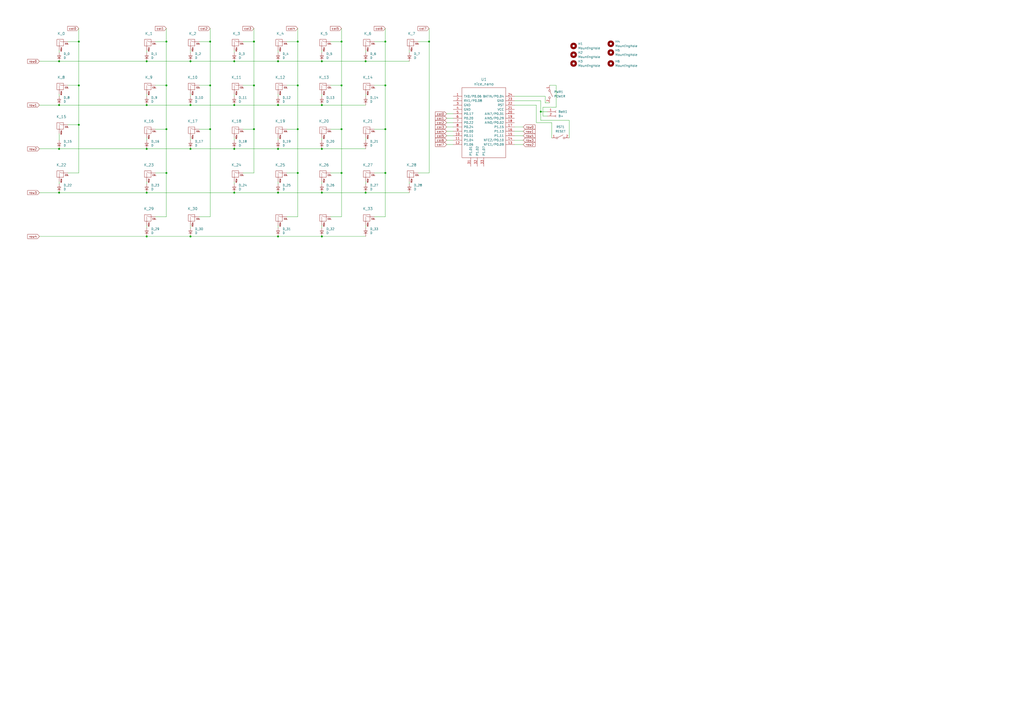
<source format=kicad_sch>
(kicad_sch (version 20231120) (generator "eeschema") (generator_version "8.0")
  (paper "A2")
  (lib_symbols
    (symbol "Connector:Conn_01x02_Socket" (pin_names (offset 1.016) hide)
      (property "Reference" "J" (at 0 2.54 0))
      (property "Value" "Conn_01x02_Socket" (at 0 -5.08 0))
      (symbol "Conn_01x02_Socket_1_1"
        (arc (start 0 -2.032) (mid -0.5058 -2.54) (end 0 -3.048) (stroke (width 0.1524)))
        (polyline (pts (xy -1.27 -2.54) (xy -0.508 -2.54)) (stroke (width 0.1524)))
        (polyline (pts (xy -1.27 0) (xy -0.508 0)) (stroke (width 0.1524)))
        (arc (start 0 0.508) (mid -0.5058 0) (end 0 -0.508) (stroke (width 0.1524)))
        (pin passive line (at -5.08 0 0) (length 3.81) (name "Pin_1") (number "1"))
        (pin passive line (at -5.08 -2.54 0) (length 3.81) (name "Pin_2") (number "2"))
      )
    )
    (symbol "MX_Alps_Hybrid:MX-NoLED" (pin_names (offset 1.016))
      (property "Reference" "MX" (at -0.635 3.81 0))
      (property "Value" "MX-NoLED" (at -0.635 1.27 0))
      (symbol "MX-NoLED_0_0"
        (rectangle (start -2.54 2.54) (end 1.27 -1.27))
        (polyline (pts (xy -1.27 -1.27) (xy -1.27 1.27)) (stroke (width 0.127)))
        (polyline (pts (xy 1.27 1.27) (xy 0 1.27) (xy -1.27 1.905)) (stroke (width 0.127)))
        (text "COL" (at 3.175 0 0) (effects (font (size 0.762 0.762))))
        (text "ROW" (at 0 -1.905 900) (effects (font (size 0.762 0.762)) (justify right)))
      )
      (symbol "MX-NoLED_1_1"
        (pin passive line (at 3.81 1.27 180) (length 2.54) (name "COL") (number "1"))
        (pin passive line (at -1.27 -3.81 90) (length 2.54) (name "ROW") (number "2"))
      )
    )
    (symbol "Mechanical:MountingHole" (pin_names (offset 1.016)) (exclude_from_sim yes) (in_bom no)
      (property "Reference" "H" (at 0 5.08 0))
      (property "Value" "MountingHole" (at 0 3.175 0))
      (symbol "MountingHole_0_1"
        (circle (center 0 0) (radius 1.27) (stroke (width 1.27)))
      )
    )
    (symbol "Switch:SW_SPST" (pin_names (offset 0) hide)
      (property "Reference" "SW" (at 0 3.175 0))
      (property "Value" "SW_SPST" (at 0 -2.54 0))
      (symbol "SW_SPST_0_0"
        (circle (center -2.032 0) (radius 0.508))
        (polyline (pts (xy -1.524 0.254) (xy 1.524 1.778)))
        (circle (center 2.032 0) (radius 0.508))
      )
      (symbol "SW_SPST_1_1"
        (pin passive line (at -5.08 0 0) (length 2.54) (name "A") (number "1"))
        (pin passive line (at 5.08 0 180) (length 2.54) (name "B") (number "2"))
      )
    )
    (symbol "keyboard-rescue:D_Small-Device" (pin_numbers hide) (pin_names (offset 0.254) hide)
      (property "Reference" "D" (at -1.27 2.032 0))
      (property "Value" "Device_D_Small" (at -3.81 -2.032 0))
      (symbol "D_Small-Device_0_1"
        (polyline (pts (xy -0.762 -1.016) (xy -0.762 1.016)))
        (polyline (pts (xy -0.762 0) (xy 0.762 0)))
        (polyline (pts (xy 0.762 -1.016) (xy -0.762 0) (xy 0.762 1.016) (xy 0.762 -1.016)))
      )
      (symbol "D_Small-Device_1_1"
        (pin passive line (at -2.54 0 0) (length 1.778) (name "K") (number "1"))
        (pin passive line (at 2.54 0 180) (length 1.778) (name "A") (number "2"))
      )
    )
    (symbol "nice_nano:nice_nano" (pin_names (offset 1.016))
      (property "Reference" "U" (at 0 0 0))
      (property "Value" "nice_nano" (at 0 2.54 0))
      (symbol "nice_nano_0_1"
        (rectangle (start -12.7 -21.59) (end 12.7 19.05))
      )
      (symbol "nice_nano_1_1"
        (pin input line (at -17.78 13.97 0) (length 5.08) (name "TX0/P0.06") (number "1"))
        (pin input line (at -17.78 -8.89 0) (length 5.08) (name "P0.11") (number "10"))
        (pin input line (at -17.78 -11.43 0) (length 5.08) (name "P1.04") (number "11"))
        (pin input line (at -17.78 -13.97 0) (length 5.08) (name "P1.06") (number "12"))
        (pin input line (at 17.78 -13.97 180) (length 5.08) (name "NFC1/P0.09") (number "13"))
        (pin input line (at 17.78 -11.43 180) (length 5.08) (name "NFC2/P0.10") (number "14"))
        (pin input line (at 17.78 -8.89 180) (length 5.08) (name "P1.11") (number "15"))
        (pin input line (at 17.78 -6.35 180) (length 5.08) (name "P1.13") (number "16"))
        (pin input line (at 17.78 -3.81 180) (length 5.08) (name "P1.15") (number "17"))
        (pin input line (at 17.78 -1.27 180) (length 5.08) (name "AIN0/P0.02") (number "18"))
        (pin input line (at 17.78 1.27 180) (length 5.08) (name "AIN5/P0.29") (number "19"))
        (pin input line (at -17.78 11.43 0) (length 5.08) (name "RX1/P0.08") (number "2"))
        (pin input line (at 17.78 3.81 180) (length 5.08) (name "AIN7/P0.31") (number "20"))
        (pin input line (at 17.78 6.35 180) (length 5.08) (name "VCC") (number "21"))
        (pin input line (at 17.78 8.89 180) (length 5.08) (name "RST") (number "22"))
        (pin input line (at 17.78 11.43 180) (length 5.08) (name "GND") (number "23"))
        (pin input line (at 17.78 13.97 180) (length 5.08) (name "BATIN/P0.04") (number "24"))
        (pin input line (at -17.78 8.89 0) (length 5.08) (name "GND") (number "3"))
        (pin input line (at -7.62 -26.67 90) (length 5.08) (name "P1.01") (number "31"))
        (pin input line (at -3.81 -26.67 90) (length 5.08) (name "P1.02") (number "32"))
        (pin input line (at 0 -26.67 90) (length 5.08) (name "P1.07") (number "33"))
        (pin input line (at -17.78 6.35 0) (length 5.08) (name "GND") (number "4"))
        (pin input line (at -17.78 3.81 0) (length 5.08) (name "P0.17") (number "5"))
        (pin input line (at -17.78 1.27 0) (length 5.08) (name "P0.20") (number "6"))
        (pin input line (at -17.78 -1.27 0) (length 5.08) (name "P0.22") (number "7"))
        (pin input line (at -17.78 -3.81 0) (length 5.08) (name "P0.24") (number "8"))
        (pin input line (at -17.78 -6.35 0) (length 5.08) (name "P1.00") (number "9"))
      )
    )
  )
  (junction (at 198.12 24.13))
  (junction (at 223.52 74.93))
  (junction (at 96.52 100.33))
  (junction (at 212.09 111.76))
  (junction (at 147.32 49.53))
  (junction (at 212.09 35.56))
  (junction (at 45.72 49.53))
  (junction (at 186.69 137.16))
  (junction (at 172.72 100.33))
  (junction (at 135.89 86.36))
  (junction (at 186.69 35.56))
  (junction (at 198.12 74.93))
  (junction (at 161.29 137.16))
  (junction (at 96.52 49.53))
  (junction (at 34.29 35.56))
  (junction (at 121.92 74.93))
  (junction (at 223.52 49.53))
  (junction (at 248.92 24.13))
  (junction (at 135.89 35.56))
  (junction (at 223.52 100.33))
  (junction (at 161.29 86.36))
  (junction (at 45.72 24.13))
  (junction (at 172.72 49.53))
  (junction (at 96.52 74.93))
  (junction (at 85.09 35.56))
  (junction (at 135.89 111.76))
  (junction (at 110.49 60.96))
  (junction (at 313.69 64.77))
  (junction (at 96.52 24.13))
  (junction (at 172.72 74.93))
  (junction (at 34.29 111.76))
  (junction (at 34.29 60.96))
  (junction (at 186.69 111.76))
  (junction (at 223.52 24.13))
  (junction (at 186.69 60.96))
  (junction (at 161.29 35.56))
  (junction (at 121.92 24.13))
  (junction (at 135.89 60.96))
  (junction (at 161.29 60.96))
  (junction (at 121.92 49.53))
  (junction (at 198.12 49.53))
  (junction (at 34.29 86.36))
  (junction (at 110.49 35.56))
  (junction (at 85.09 86.36))
  (junction (at 172.72 24.13))
  (junction (at 147.32 74.93))
  (junction (at 85.09 111.76))
  (junction (at 161.29 111.76))
  (junction (at 45.72 72.39))
  (junction (at 198.12 100.33))
  (junction (at 186.69 86.36))
  (junction (at 85.09 60.96))
  (junction (at 110.49 137.16))
  (junction (at 147.32 24.13))
  (junction (at 110.49 86.36))
  (junction (at 85.09 137.16))
  (wire (pts (xy 186.69 54.61) (xy 186.69 55.88)))
  (wire (pts (xy 259.08 81.28) (xy 262.89 81.28)))
  (wire (pts (xy 212.09 130.81) (xy 212.09 132.08)))
  (wire (pts (xy 311.15 60.96) (xy 298.45 60.96)))
  (wire (pts (xy 121.92 125.73) (xy 121.92 74.93)))
  (wire (pts (xy 140.97 74.93) (xy 147.32 74.93)))
  (wire (pts (xy 298.45 73.66) (xy 303.53 73.66)))
  (wire (pts (xy 191.77 100.33) (xy 198.12 100.33)))
  (wire (pts (xy 172.72 125.73) (xy 172.72 100.33)))
  (wire (pts (xy 198.12 16.51) (xy 198.12 24.13)))
  (wire (pts (xy 172.72 74.93) (xy 172.72 49.53)))
  (wire (pts (xy 259.08 66.04) (xy 262.89 66.04)))
  (wire (pts (xy 298.45 55.88) (xy 316.23 55.88)))
  (wire (pts (xy 191.77 74.93) (xy 198.12 74.93)))
  (wire (pts (xy 39.37 72.39) (xy 45.72 72.39)))
  (wire (pts (xy 110.49 80.01) (xy 110.49 81.28)))
  (wire (pts (xy 110.49 86.36) (xy 135.89 86.36)))
  (wire (pts (xy 115.57 125.73) (xy 121.92 125.73)))
  (wire (pts (xy 22.86 111.76) (xy 34.29 111.76)))
  (wire (pts (xy 259.08 68.58) (xy 262.89 68.58)))
  (wire (pts (xy 166.37 49.53) (xy 172.72 49.53)))
  (wire (pts (xy 223.52 16.51) (xy 223.52 24.13)))
  (wire (pts (xy 314.96 62.23) (xy 322.58 62.23)))
  (wire (pts (xy 313.69 58.42) (xy 313.69 64.77)))
  (wire (pts (xy 34.29 111.76) (xy 85.09 111.76)))
  (wire (pts (xy 161.29 105.41) (xy 161.29 106.68)))
  (wire (pts (xy 191.77 24.13) (xy 198.12 24.13)))
  (wire (pts (xy 110.49 60.96) (xy 135.89 60.96)))
  (wire (pts (xy 172.72 16.51) (xy 172.72 24.13)))
  (wire (pts (xy 147.32 24.13) (xy 147.32 49.53)))
  (wire (pts (xy 198.12 74.93) (xy 198.12 49.53)))
  (wire (pts (xy 85.09 29.21) (xy 85.09 30.48)))
  (wire (pts (xy 85.09 130.81) (xy 85.09 132.08)))
  (wire (pts (xy 212.09 29.21) (xy 212.09 30.48)))
  (wire (pts (xy 45.72 16.51) (xy 45.72 24.13)))
  (wire (pts (xy 330.2 69.85) (xy 313.69 69.85)))
  (wire (pts (xy 322.58 49.53) (xy 322.58 62.23)))
  (wire (pts (xy 166.37 100.33) (xy 172.72 100.33)))
  (wire (pts (xy 22.86 137.16) (xy 85.09 137.16)))
  (wire (pts (xy 217.17 24.13) (xy 223.52 24.13)))
  (wire (pts (xy 248.92 16.51) (xy 248.92 24.13)))
  (wire (pts (xy 242.57 24.13) (xy 248.92 24.13)))
  (wire (pts (xy 85.09 111.76) (xy 135.89 111.76)))
  (wire (pts (xy 198.12 24.13) (xy 198.12 49.53)))
  (wire (pts (xy 22.86 86.36) (xy 34.29 86.36)))
  (wire (pts (xy 135.89 86.36) (xy 161.29 86.36)))
  (wire (pts (xy 313.69 64.77) (xy 317.5 64.77)))
  (wire (pts (xy 161.29 86.36) (xy 186.69 86.36)))
  (wire (pts (xy 135.89 54.61) (xy 135.89 55.88)))
  (wire (pts (xy 166.37 24.13) (xy 172.72 24.13)))
  (wire (pts (xy 223.52 24.13) (xy 223.52 49.53)))
  (wire (pts (xy 237.49 105.41) (xy 237.49 106.68)))
  (wire (pts (xy 259.08 73.66) (xy 262.89 73.66)))
  (wire (pts (xy 259.08 76.2) (xy 262.89 76.2)))
  (wire (pts (xy 212.09 35.56) (xy 237.49 35.56)))
  (wire (pts (xy 45.72 72.39) (xy 45.72 49.53)))
  (wire (pts (xy 172.72 24.13) (xy 172.72 49.53)))
  (wire (pts (xy 121.92 74.93) (xy 121.92 49.53)))
  (wire (pts (xy 311.15 71.12) (xy 311.15 60.96)))
  (wire (pts (xy 212.09 54.61) (xy 212.09 55.88)))
  (wire (pts (xy 147.32 16.51) (xy 147.32 24.13)))
  (wire (pts (xy 110.49 35.56) (xy 135.89 35.56)))
  (wire (pts (xy 212.09 105.41) (xy 212.09 106.68)))
  (wire (pts (xy 34.29 29.21) (xy 34.29 30.48)))
  (wire (pts (xy 135.89 105.41) (xy 135.89 106.68)))
  (wire (pts (xy 318.77 59.69) (xy 316.23 59.69)))
  (wire (pts (xy 313.69 64.77) (xy 313.69 69.85)))
  (wire (pts (xy 115.57 49.53) (xy 121.92 49.53)))
  (wire (pts (xy 90.17 24.13) (xy 96.52 24.13)))
  (wire (pts (xy 85.09 60.96) (xy 110.49 60.96)))
  (wire (pts (xy 259.08 83.82) (xy 262.89 83.82)))
  (wire (pts (xy 223.52 100.33) (xy 223.52 74.93)))
  (wire (pts (xy 161.29 80.01) (xy 161.29 81.28)))
  (wire (pts (xy 161.29 29.21) (xy 161.29 30.48)))
  (wire (pts (xy 96.52 74.93) (xy 96.52 49.53)))
  (wire (pts (xy 140.97 24.13) (xy 147.32 24.13)))
  (wire (pts (xy 161.29 130.81) (xy 161.29 132.08)))
  (wire (pts (xy 110.49 54.61) (xy 110.49 55.88)))
  (wire (pts (xy 198.12 125.73) (xy 198.12 100.33)))
  (wire (pts (xy 39.37 49.53) (xy 45.72 49.53)))
  (wire (pts (xy 313.69 58.42) (xy 298.45 58.42)))
  (wire (pts (xy 186.69 60.96) (xy 212.09 60.96)))
  (wire (pts (xy 298.45 83.82) (xy 303.53 83.82)))
  (wire (pts (xy 34.29 77.47) (xy 34.29 81.28)))
  (wire (pts (xy 191.77 49.53) (xy 198.12 49.53)))
  (wire (pts (xy 147.32 100.33) (xy 147.32 74.93)))
  (wire (pts (xy 186.69 35.56) (xy 212.09 35.56)))
  (wire (pts (xy 186.69 29.21) (xy 186.69 30.48)))
  (wire (pts (xy 22.86 35.56) (xy 34.29 35.56)))
  (wire (pts (xy 115.57 74.93) (xy 121.92 74.93)))
  (wire (pts (xy 191.77 125.73) (xy 198.12 125.73)))
  (wire (pts (xy 34.29 54.61) (xy 34.29 55.88)))
  (wire (pts (xy 90.17 49.53) (xy 96.52 49.53)))
  (wire (pts (xy 320.04 80.01) (xy 320.04 71.12)))
  (wire (pts (xy 135.89 80.01) (xy 135.89 81.28)))
  (wire (pts (xy 166.37 125.73) (xy 172.72 125.73)))
  (wire (pts (xy 90.17 74.93) (xy 96.52 74.93)))
  (wire (pts (xy 212.09 80.01) (xy 212.09 81.28)))
  (wire (pts (xy 45.72 24.13) (xy 45.72 49.53)))
  (wire (pts (xy 121.92 24.13) (xy 121.92 49.53)))
  (wire (pts (xy 217.17 125.73) (xy 223.52 125.73)))
  (wire (pts (xy 186.69 137.16) (xy 212.09 137.16)))
  (wire (pts (xy 259.08 71.12) (xy 262.89 71.12)))
  (wire (pts (xy 90.17 100.33) (xy 96.52 100.33)))
  (wire (pts (xy 147.32 74.93) (xy 147.32 49.53)))
  (wire (pts (xy 314.96 62.23) (xy 314.96 67.31)))
  (wire (pts (xy 135.89 29.21) (xy 135.89 30.48)))
  (wire (pts (xy 161.29 137.16) (xy 186.69 137.16)))
  (wire (pts (xy 22.86 60.96) (xy 34.29 60.96)))
  (wire (pts (xy 186.69 111.76) (xy 212.09 111.76)))
  (wire (pts (xy 121.92 16.51) (xy 121.92 24.13)))
  (wire (pts (xy 135.89 35.56) (xy 161.29 35.56)))
  (wire (pts (xy 248.92 24.13) (xy 248.92 100.33)))
  (wire (pts (xy 212.09 111.76) (xy 237.49 111.76)))
  (wire (pts (xy 110.49 130.81) (xy 110.49 132.08)))
  (wire (pts (xy 45.72 72.39) (xy 45.72 100.33)))
  (wire (pts (xy 217.17 100.33) (xy 223.52 100.33)))
  (wire (pts (xy 217.17 49.53) (xy 223.52 49.53)))
  (wire (pts (xy 85.09 137.16) (xy 110.49 137.16)))
  (wire (pts (xy 186.69 105.41) (xy 186.69 106.68)))
  (wire (pts (xy 135.89 60.96) (xy 161.29 60.96)))
  (wire (pts (xy 135.89 111.76) (xy 161.29 111.76)))
  (wire (pts (xy 161.29 111.76) (xy 186.69 111.76)))
  (wire (pts (xy 298.45 76.2) (xy 303.53 76.2)))
  (wire (pts (xy 96.52 100.33) (xy 96.52 74.93)))
  (wire (pts (xy 298.45 81.28) (xy 303.53 81.28)))
  (wire (pts (xy 140.97 100.33) (xy 147.32 100.33)))
  (wire (pts (xy 85.09 86.36) (xy 110.49 86.36)))
  (wire (pts (xy 186.69 130.81) (xy 186.69 132.08)))
  (wire (pts (xy 314.96 67.31) (xy 317.5 67.31)))
  (wire (pts (xy 34.29 35.56) (xy 85.09 35.56)))
  (wire (pts (xy 186.69 86.36) (xy 212.09 86.36)))
  (wire (pts (xy 161.29 60.96) (xy 186.69 60.96)))
  (wire (pts (xy 85.09 80.01) (xy 85.09 81.28)))
  (wire (pts (xy 161.29 54.61) (xy 161.29 55.88)))
  (wire (pts (xy 217.17 74.93) (xy 223.52 74.93)))
  (wire (pts (xy 96.52 125.73) (xy 96.52 100.33)))
  (wire (pts (xy 186.69 80.01) (xy 186.69 81.28)))
  (wire (pts (xy 115.57 24.13) (xy 121.92 24.13)))
  (wire (pts (xy 242.57 100.33) (xy 248.92 100.33)))
  (wire (pts (xy 96.52 16.51) (xy 96.52 24.13)))
  (wire (pts (xy 316.23 59.69) (xy 316.23 55.88)))
  (wire (pts (xy 110.49 29.21) (xy 110.49 30.48)))
  (wire (pts (xy 110.49 137.16) (xy 161.29 137.16)))
  (wire (pts (xy 259.08 78.74) (xy 262.89 78.74)))
  (wire (pts (xy 85.09 35.56) (xy 110.49 35.56)))
  (wire (pts (xy 223.52 125.73) (xy 223.52 100.33)))
  (wire (pts (xy 34.29 86.36) (xy 85.09 86.36)))
  (wire (pts (xy 39.37 100.33) (xy 45.72 100.33)))
  (wire (pts (xy 166.37 74.93) (xy 172.72 74.93)))
  (wire (pts (xy 96.52 24.13) (xy 96.52 49.53)))
  (wire (pts (xy 85.09 54.61) (xy 85.09 55.88)))
  (wire (pts (xy 90.17 125.73) (xy 96.52 125.73)))
  (wire (pts (xy 172.72 100.33) (xy 172.72 74.93)))
  (wire (pts (xy 198.12 100.33) (xy 198.12 74.93)))
  (wire (pts (xy 140.97 49.53) (xy 147.32 49.53)))
  (wire (pts (xy 320.04 71.12) (xy 311.15 71.12)))
  (wire (pts (xy 330.2 80.01) (xy 330.2 69.85)))
  (wire (pts (xy 298.45 78.74) (xy 303.53 78.74)))
  (wire (pts (xy 223.52 74.93) (xy 223.52 49.53)))
  (wire (pts (xy 161.29 35.56) (xy 186.69 35.56)))
  (wire (pts (xy 85.09 105.41) (xy 85.09 106.68)))
  (wire (pts (xy 34.29 105.41) (xy 34.29 106.68)))
  (wire (pts (xy 237.49 29.21) (xy 237.49 30.48)))
  (wire (pts (xy 39.37 24.13) (xy 45.72 24.13)))
  (wire (pts (xy 318.77 49.53) (xy 322.58 49.53)))
  (wire (pts (xy 34.29 60.96) (xy 85.09 60.96)))
  (global_label "col3" (shape input) (at 147.32 16.51 180) (property "Intersheetrefs" "${INTERSHEET_REFS}" (effects (hide yes))))
  (global_label "col2" (shape input) (at 121.92 16.51 180) (property "Intersheetrefs" "${INTERSHEET_REFS}" (effects (hide yes))))
  (global_label "col5" (shape input) (at 198.12 16.51 180) (property "Intersheetrefs" "${INTERSHEET_REFS}" (effects (hide yes))))
  (global_label "col2" (shape input) (at 259.08 71.12 180) (property "Intersheetrefs" "${INTERSHEET_REFS}" (effects (hide yes))))
  (global_label "row1" (shape input) (at 22.86 60.96 180) (property "Intersheetrefs" "${INTERSHEET_REFS}" (effects (hide yes))))
  (global_label "row4" (shape input) (at 22.86 137.16 180) (property "Intersheetrefs" "${INTERSHEET_REFS}" (effects (hide yes))))
  (global_label "col6" (shape input) (at 259.08 81.28 180) (property "Intersheetrefs" "${INTERSHEET_REFS}" (effects (hide yes))))
  (global_label "row2" (shape input) (at 22.86 86.36 180) (property "Intersheetrefs" "${INTERSHEET_REFS}" (effects (hide yes))))
  (global_label "col7" (shape input) (at 248.92 16.51 180) (property "Intersheetrefs" "${INTERSHEET_REFS}" (effects (hide yes))))
  (global_label "col6" (shape input) (at 223.52 16.51 180) (property "Intersheetrefs" "${INTERSHEET_REFS}" (effects (hide yes))))
  (global_label "col4" (shape input) (at 172.72 16.51 180) (property "Intersheetrefs" "${INTERSHEET_REFS}" (effects (hide yes))))
  (global_label "col3" (shape input) (at 259.08 73.66 180) (property "Intersheetrefs" "${INTERSHEET_REFS}" (effects (hide yes))))
  (global_label "row0" (shape input) (at 22.86 35.56 180) (property "Intersheetrefs" "${INTERSHEET_REFS}" (effects (hide yes))))
  (global_label "col0" (shape input) (at 45.72 16.51 180) (property "Intersheetrefs" "${INTERSHEET_REFS}" (effects (hide yes))))
  (global_label "col1" (shape input) (at 259.08 68.58 180) (property "Intersheetrefs" "${INTERSHEET_REFS}" (effects (hide yes))))
  (global_label "row1" (shape input) (at 303.53 76.2 0) (property "Intersheetrefs" "${INTERSHEET_REFS}" (effects (hide yes))))
  (global_label "row4" (shape input) (at 303.53 78.74 0) (property "Intersheetrefs" "${INTERSHEET_REFS}" (effects (hide yes))))
  (global_label "row3" (shape input) (at 303.53 81.28 0) (property "Intersheetrefs" "${INTERSHEET_REFS}" (effects (hide yes))))
  (global_label "col1" (shape input) (at 96.52 16.51 180) (property "Intersheetrefs" "${INTERSHEET_REFS}" (effects (hide yes))))
  (global_label "row2" (shape input) (at 303.53 83.82 0) (property "Intersheetrefs" "${INTERSHEET_REFS}" (effects (hide yes))))
  (global_label "col4" (shape input) (at 259.08 76.2 180) (property "Intersheetrefs" "${INTERSHEET_REFS}" (effects (hide yes))))
  (global_label "row3" (shape input) (at 22.86 111.76 180) (property "Intersheetrefs" "${INTERSHEET_REFS}" (effects (hide yes))))
  (global_label "row0" (shape input) (at 303.53 73.66 0) (property "Intersheetrefs" "${INTERSHEET_REFS}" (effects (hide yes))))
  (global_label "col5" (shape input) (at 259.08 78.74 180) (property "Intersheetrefs" "${INTERSHEET_REFS}" (effects (hide yes))))
  (global_label "col0" (shape input) (at 259.08 66.04 180) (property "Intersheetrefs" "${INTERSHEET_REFS}" (effects (hide yes))))
  (global_label "col7" (shape input) (at 259.08 83.82 180) (property "Intersheetrefs" "${INTERSHEET_REFS}" (effects (hide yes))))
  (symbol (lib_id "MX_Alps_Hybrid:MX-NoLED") (at 35.56 25.4 0) (unit 1)
    (property "Reference" "K_0" (at 35.56 19.4818 0) (effects (font (size 1.524 1.524))))
    (property "Value" "KEYSW" (effects (hide yes)))
    (property "Footprint" "cb:Choc-MX-19mm-1u" (effects (hide yes)))
  )
  (symbol (lib_id "keyboard-rescue:D_Small-Device") (at 85.09 33.02 90) (unit 1)
    (property "Reference" "D_1" (at 87.63 31.242 90) (effects (justify right)))
    (property "Value" "D" (at 87.63 33.528 90) (effects (justify right)))
    (property "Footprint" "ScottoKeebs_Components:Diode_DO-35" (effects (hide yes)))
  )
  (symbol (lib_id "MX_Alps_Hybrid:MX-NoLED") (at 86.36 25.4 0) (unit 1)
    (property "Reference" "K_1" (at 86.36 19.4818 0) (effects (font (size 1.524 1.524))))
    (property "Value" "KEYSW" (effects (hide yes)))
    (property "Footprint" "cb:Choc-MX-19mm-1u" (effects (hide yes)))
  )
  (symbol (lib_id "keyboard-rescue:D_Small-Device") (at 110.49 33.02 90) (unit 1)
    (property "Reference" "D_2" (at 113.03 31.242 90) (effects (justify right)))
    (property "Value" "D" (at 113.03 33.528 90) (effects (justify right)))
    (property "Footprint" "ScottoKeebs_Components:Diode_DO-35" (effects (hide yes)))
  )
  (symbol (lib_id "MX_Alps_Hybrid:MX-NoLED") (at 111.76 25.4 0) (unit 1)
    (property "Reference" "K_2" (at 111.76 19.4818 0) (effects (font (size 1.524 1.524))))
    (property "Value" "KEYSW" (effects (hide yes)))
    (property "Footprint" "cb:Choc-MX-19mm-1u" (effects (hide yes)))
  )
  (symbol (lib_id "keyboard-rescue:D_Small-Device") (at 135.89 33.02 90) (unit 1)
    (property "Reference" "D_3" (at 138.43 31.242 90) (effects (justify right)))
    (property "Value" "D" (at 138.43 33.528 90) (effects (justify right)))
    (property "Footprint" "ScottoKeebs_Components:Diode_DO-35" (effects (hide yes)))
  )
  (symbol (lib_id "MX_Alps_Hybrid:MX-NoLED") (at 137.16 25.4 0) (unit 1)
    (property "Reference" "K_3" (at 137.16 19.4818 0) (effects (font (size 1.524 1.524))))
    (property "Value" "KEYSW" (effects (hide yes)))
    (property "Footprint" "cb:Choc-MX-19mm-1u" (effects (hide yes)))
  )
  (symbol (lib_id "keyboard-rescue:D_Small-Device") (at 161.29 33.02 90) (unit 1)
    (property "Reference" "D_4" (at 163.83 31.242 90) (effects (justify right)))
    (property "Value" "D" (at 163.83 33.528 90) (effects (justify right)))
    (property "Footprint" "ScottoKeebs_Components:Diode_DO-35" (effects (hide yes)))
  )
  (symbol (lib_id "MX_Alps_Hybrid:MX-NoLED") (at 162.56 25.4 0) (unit 1)
    (property "Reference" "K_4" (at 162.56 19.4818 0) (effects (font (size 1.524 1.524))))
    (property "Value" "KEYSW" (effects (hide yes)))
    (property "Footprint" "cb:Choc-MX-19mm-1u" (effects (hide yes)))
  )
  (symbol (lib_id "keyboard-rescue:D_Small-Device") (at 186.69 33.02 90) (unit 1)
    (property "Reference" "D_5" (at 189.23 31.242 90) (effects (justify right)))
    (property "Value" "D" (at 189.23 33.528 90) (effects (justify right)))
    (property "Footprint" "ScottoKeebs_Components:Diode_DO-35" (effects (hide yes)))
  )
  (symbol (lib_id "MX_Alps_Hybrid:MX-NoLED") (at 187.96 25.4 0) (unit 1)
    (property "Reference" "K_5" (at 187.96 19.4818 0) (effects (font (size 1.524 1.524))))
    (property "Value" "KEYSW" (effects (hide yes)))
    (property "Footprint" "cb:Choc-MX-19mm-1u" (effects (hide yes)))
  )
  (symbol (lib_id "keyboard-rescue:D_Small-Device") (at 212.09 33.02 90) (unit 1)
    (property "Reference" "D_6" (at 214.63 31.242 90) (effects (justify right)))
    (property "Value" "D" (at 214.63 33.528 90) (effects (justify right)))
    (property "Footprint" "ScottoKeebs_Components:Diode_DO-35" (effects (hide yes)))
  )
  (symbol (lib_id "MX_Alps_Hybrid:MX-NoLED") (at 213.36 25.4 0) (unit 1)
    (property "Reference" "K_6" (at 213.36 19.4818 0) (effects (font (size 1.524 1.524))))
    (property "Value" "KEYSW" (effects (hide yes)))
    (property "Footprint" "cb:Choc-MX-19mm-1u" (effects (hide yes)))
  )
  (symbol (lib_id "keyboard-rescue:D_Small-Device") (at 237.49 33.02 90) (unit 1)
    (property "Reference" "D_7" (at 240.03 31.242 90) (effects (justify right)))
    (property "Value" "D" (at 240.03 33.528 90) (effects (justify right)))
    (property "Footprint" "ScottoKeebs_Components:Diode_DO-35" (effects (hide yes)))
  )
  (symbol (lib_id "MX_Alps_Hybrid:MX-NoLED") (at 238.76 25.4 0) (unit 1)
    (property "Reference" "K_7" (at 238.76 19.4818 0) (effects (font (size 1.524 1.524))))
    (property "Value" "KEYSW" (effects (hide yes)))
    (property "Footprint" "cb:Choc-MX-19mm-1u" (effects (hide yes)))
  )
  (symbol (lib_id "keyboard-rescue:D_Small-Device") (at 34.29 58.42 90) (unit 1)
    (property "Reference" "D_8" (at 36.83 56.642 90) (effects (justify right)))
    (property "Value" "D" (at 36.83 58.928 90) (effects (justify right)))
    (property "Footprint" "ScottoKeebs_Components:Diode_DO-35" (effects (hide yes)))
  )
  (symbol (lib_id "MX_Alps_Hybrid:MX-NoLED") (at 35.56 50.8 0) (unit 1)
    (property "Reference" "K_8" (at 35.56 44.8818 0) (effects (font (size 1.524 1.524))))
    (property "Value" "KEYSW" (effects (hide yes)))
    (property "Footprint" "cb:Choc-MX-19mm-1u" (effects (hide yes)))
  )
  (symbol (lib_id "keyboard-rescue:D_Small-Device") (at 85.09 58.42 90) (unit 1)
    (property "Reference" "D_9" (at 87.63 56.642 90) (effects (justify right)))
    (property "Value" "D" (at 87.63 58.928 90) (effects (justify right)))
    (property "Footprint" "ScottoKeebs_Components:Diode_DO-35" (effects (hide yes)))
  )
  (symbol (lib_id "MX_Alps_Hybrid:MX-NoLED") (at 86.36 50.8 0) (unit 1)
    (property "Reference" "K_9" (at 86.36 44.8818 0) (effects (font (size 1.524 1.524))))
    (property "Value" "KEYSW" (effects (hide yes)))
    (property "Footprint" "cb:Choc-MX-19mm-1.5u" (effects (hide yes)))
  )
  (symbol (lib_id "keyboard-rescue:D_Small-Device") (at 110.49 58.42 90) (unit 1)
    (property "Reference" "D_10" (at 113.03 56.642 90) (effects (justify right)))
    (property "Value" "D" (at 113.03 58.928 90) (effects (justify right)))
    (property "Footprint" "ScottoKeebs_Components:Diode_DO-35" (effects (hide yes)))
  )
  (symbol (lib_id "MX_Alps_Hybrid:MX-NoLED") (at 111.76 50.8 0) (unit 1)
    (property "Reference" "K_10" (at 111.76 44.8818 0) (effects (font (size 1.524 1.524))))
    (property "Value" "KEYSW" (effects (hide yes)))
    (property "Footprint" "cb:Choc-MX-19mm-1u" (effects (hide yes)))
  )
  (symbol (lib_id "keyboard-rescue:D_Small-Device") (at 135.89 58.42 90) (unit 1)
    (property "Reference" "D_11" (at 138.43 56.642 90) (effects (justify right)))
    (property "Value" "D" (at 138.43 58.928 90) (effects (justify right)))
    (property "Footprint" "ScottoKeebs_Components:Diode_DO-35" (effects (hide yes)))
  )
  (symbol (lib_id "MX_Alps_Hybrid:MX-NoLED") (at 137.16 50.8 0) (unit 1)
    (property "Reference" "K_11" (at 137.16 44.8818 0) (effects (font (size 1.524 1.524))))
    (property "Value" "KEYSW" (effects (hide yes)))
    (property "Footprint" "cb:Choc-MX-19mm-1u" (effects (hide yes)))
  )
  (symbol (lib_id "keyboard-rescue:D_Small-Device") (at 161.29 58.42 90) (unit 1)
    (property "Reference" "D_12" (at 163.83 56.642 90) (effects (justify right)))
    (property "Value" "D" (at 163.83 58.928 90) (effects (justify right)))
    (property "Footprint" "ScottoKeebs_Components:Diode_DO-35" (effects (hide yes)))
  )
  (symbol (lib_id "MX_Alps_Hybrid:MX-NoLED") (at 162.56 50.8 0) (unit 1)
    (property "Reference" "K_12" (at 162.56 44.8818 0) (effects (font (size 1.524 1.524))))
    (property "Value" "KEYSW" (effects (hide yes)))
    (property "Footprint" "cb:Choc-MX-19mm-1u" (effects (hide yes)))
  )
  (symbol (lib_id "keyboard-rescue:D_Small-Device") (at 186.69 58.42 90) (unit 1)
    (property "Reference" "D_13" (at 189.23 56.642 90) (effects (justify right)))
    (property "Value" "D" (at 189.23 58.928 90) (effects (justify right)))
    (property "Footprint" "ScottoKeebs_Components:Diode_DO-35" (effects (hide yes)))
  )
  (symbol (lib_id "MX_Alps_Hybrid:MX-NoLED") (at 187.96 50.8 0) (unit 1)
    (property "Reference" "K_13" (at 187.96 44.8818 0) (effects (font (size 1.524 1.524))))
    (property "Value" "KEYSW" (effects (hide yes)))
    (property "Footprint" "cb:Choc-MX-19mm-1u" (effects (hide yes)))
  )
  (symbol (lib_id "keyboard-rescue:D_Small-Device") (at 212.09 58.42 90) (unit 1)
    (property "Reference" "D_14" (at 214.63 56.642 90) (effects (justify right)))
    (property "Value" "D" (at 214.63 58.928 90) (effects (justify right)))
    (property "Footprint" "ScottoKeebs_Components:Diode_DO-35" (effects (hide yes)))
  )
  (symbol (lib_id "MX_Alps_Hybrid:MX-NoLED") (at 213.36 50.8 0) (unit 1)
    (property "Reference" "K_14" (at 213.36 44.8818 0) (effects (font (size 1.524 1.524))))
    (property "Value" "KEYSW" (effects (hide yes)))
    (property "Footprint" "cb:Choc-MX-19mm-1u" (effects (hide yes)))
  )
  (symbol (lib_id "keyboard-rescue:D_Small-Device") (at 34.29 83.82 90) (unit 1)
    (property "Reference" "D_15" (at 36.83 82.042 90) (effects (justify right)))
    (property "Value" "D" (at 36.83 84.328 90) (effects (justify right)))
    (property "Footprint" "ScottoKeebs_Components:Diode_DO-35" (effects (hide yes)))
  )
  (symbol (lib_id "MX_Alps_Hybrid:MX-NoLED") (at 35.56 73.66 0) (unit 1)
    (property "Reference" "K_15" (at 35.56 67.7418 0) (effects (font (size 1.524 1.524))))
    (property "Value" "KEYSW" (effects (hide yes)))
    (property "Footprint" "cb:Choc-MX-19mm-1u" (effects (hide yes)))
  )
  (symbol (lib_id "keyboard-rescue:D_Small-Device") (at 85.09 83.82 90) (unit 1)
    (property "Reference" "D_16" (at 87.63 82.042 90) (effects (justify right)))
    (property "Value" "D" (at 87.63 84.328 90) (effects (justify right)))
    (property "Footprint" "ScottoKeebs_Components:Diode_DO-35" (effects (hide yes)))
  )
  (symbol (lib_id "MX_Alps_Hybrid:MX-NoLED") (at 86.36 76.2 0) (unit 1)
    (property "Reference" "K_16" (at 86.36 70.2818 0) (effects (font (size 1.524 1.524))))
    (property "Value" "KEYSW" (effects (hide yes)))
    (property "Footprint" "cb:Choc-MX-19mm-1.5u" (effects (hide yes)))
  )
  (symbol (lib_id "keyboard-rescue:D_Small-Device") (at 110.49 83.82 90) (unit 1)
    (property "Reference" "D_17" (at 113.03 82.042 90) (effects (justify right)))
    (property "Value" "D" (at 113.03 84.328 90) (effects (justify right)))
    (property "Footprint" "ScottoKeebs_Components:Diode_DO-35" (effects (hide yes)))
  )
  (symbol (lib_id "MX_Alps_Hybrid:MX-NoLED") (at 111.76 76.2 0) (unit 1)
    (property "Reference" "K_17" (at 111.76 70.2818 0) (effects (font (size 1.524 1.524))))
    (property "Value" "KEYSW" (effects (hide yes)))
    (property "Footprint" "cb:Choc-MX-19mm-1u" (effects (hide yes)))
  )
  (symbol (lib_id "keyboard-rescue:D_Small-Device") (at 135.89 83.82 90) (unit 1)
    (property "Reference" "D_18" (at 138.43 82.042 90) (effects (justify right)))
    (property "Value" "D" (at 138.43 84.328 90) (effects (justify right)))
    (property "Footprint" "ScottoKeebs_Components:Diode_DO-35" (effects (hide yes)))
  )
  (symbol (lib_id "MX_Alps_Hybrid:MX-NoLED") (at 137.16 76.2 0) (unit 1)
    (property "Reference" "K_18" (at 137.16 70.2818 0) (effects (font (size 1.524 1.524))))
    (property "Value" "KEYSW" (effects (hide yes)))
    (property "Footprint" "cb:Choc-MX-19mm-1u" (effects (hide yes)))
  )
  (symbol (lib_id "keyboard-rescue:D_Small-Device") (at 161.29 83.82 90) (unit 1)
    (property "Reference" "D_19" (at 163.83 82.042 90) (effects (justify right)))
    (property "Value" "D" (at 163.83 84.328 90) (effects (justify right)))
    (property "Footprint" "ScottoKeebs_Components:Diode_DO-35" (effects (hide yes)))
  )
  (symbol (lib_id "MX_Alps_Hybrid:MX-NoLED") (at 162.56 76.2 0) (unit 1)
    (property "Reference" "K_19" (at 162.56 70.2818 0) (effects (font (size 1.524 1.524))))
    (property "Value" "KEYSW" (effects (hide yes)))
    (property "Footprint" "cb:Choc-MX-19mm-1u" (effects (hide yes)))
  )
  (symbol (lib_id "keyboard-rescue:D_Small-Device") (at 186.69 83.82 90) (unit 1)
    (property "Reference" "D_20" (at 189.23 82.042 90) (effects (justify right)))
    (property "Value" "D" (at 189.23 84.328 90) (effects (justify right)))
    (property "Footprint" "ScottoKeebs_Components:Diode_DO-35" (effects (hide yes)))
  )
  (symbol (lib_id "MX_Alps_Hybrid:MX-NoLED") (at 187.96 76.2 0) (unit 1)
    (property "Reference" "K_20" (at 187.96 70.2818 0) (effects (font (size 1.524 1.524))))
    (property "Value" "KEYSW" (effects (hide yes)))
    (property "Footprint" "cb:Choc-MX-19mm-1u" (effects (hide yes)))
  )
  (symbol (lib_id "keyboard-rescue:D_Small-Device") (at 212.09 83.82 90) (unit 1)
    (property "Reference" "D_21" (at 214.63 82.042 90) (effects (justify right)))
    (property "Value" "D" (at 214.63 84.328 90) (effects (justify right)))
    (property "Footprint" "ScottoKeebs_Components:Diode_DO-35" (effects (hide yes)))
  )
  (symbol (lib_id "MX_Alps_Hybrid:MX-NoLED") (at 213.36 76.2 0) (unit 1)
    (property "Reference" "K_21" (at 213.36 70.2818 0) (effects (font (size 1.524 1.524))))
    (property "Value" "KEYSW" (effects (hide yes)))
    (property "Footprint" "cb:Choc-MX-19mm-1u" (effects (hide yes)))
  )
  (symbol (lib_id "keyboard-rescue:D_Small-Device") (at 34.29 109.22 90) (unit 1)
    (property "Reference" "D_22" (at 36.83 107.442 90) (effects (justify right)))
    (property "Value" "D" (at 36.83 109.728 90) (effects (justify right)))
    (property "Footprint" "ScottoKeebs_Components:Diode_DO-35" (effects (hide yes)))
  )
  (symbol (lib_id "MX_Alps_Hybrid:MX-NoLED") (at 35.56 101.6 0) (unit 1)
    (property "Reference" "K_22" (at 35.56 95.6818 0) (effects (font (size 1.524 1.524))))
    (property "Value" "KEYSW" (effects (hide yes)))
    (property "Footprint" "cb:Choc-MX-19mm-1u" (effects (hide yes)))
  )
  (symbol (lib_id "keyboard-rescue:D_Small-Device") (at 85.09 109.22 90) (unit 1)
    (property "Reference" "D_23" (at 87.63 107.442 90) (effects (justify right)))
    (property "Value" "D" (at 87.63 109.728 90) (effects (justify right)))
    (property "Footprint" "ScottoKeebs_Components:Diode_DO-35" (effects (hide yes)))
  )
  (symbol (lib_id "MX_Alps_Hybrid:MX-NoLED") (at 86.36 101.6 0) (unit 1)
    (property "Reference" "K_23" (at 86.36 95.6818 0) (effects (font (size 1.524 1.524))))
    (property "Value" "KEYSW" (effects (hide yes)))
    (property "Footprint" "cb:Choc-MX-19mm-1.5u" (effects (hide yes)))
  )
  (symbol (lib_id "keyboard-rescue:D_Small-Device") (at 135.89 109.22 90) (unit 1)
    (property "Reference" "D_24" (at 138.43 107.442 90) (effects (justify right)))
    (property "Value" "D" (at 138.43 109.728 90) (effects (justify right)))
    (property "Footprint" "ScottoKeebs_Components:Diode_DO-35" (effects (hide yes)))
  )
  (symbol (lib_id "MX_Alps_Hybrid:MX-NoLED") (at 137.16 101.6 0) (unit 1)
    (property "Reference" "K_24" (at 137.16 95.6818 0) (effects (font (size 1.524 1.524))))
    (property "Value" "KEYSW" (effects (hide yes)))
    (property "Footprint" "cb:Choc-MX-19mm-1u" (effects (hide yes)))
  )
  (symbol (lib_id "keyboard-rescue:D_Small-Device") (at 161.29 109.22 90) (unit 1)
    (property "Reference" "D_25" (at 163.83 107.442 90) (effects (justify right)))
    (property "Value" "D" (at 163.83 109.728 90) (effects (justify right)))
    (property "Footprint" "ScottoKeebs_Components:Diode_DO-35" (effects (hide yes)))
  )
  (symbol (lib_id "MX_Alps_Hybrid:MX-NoLED") (at 162.56 101.6 0) (unit 1)
    (property "Reference" "K_25" (at 162.56 95.6818 0) (effects (font (size 1.524 1.524))))
    (property "Value" "KEYSW" (effects (hide yes)))
    (property "Footprint" "cb:Choc-MX-19mm-1u" (effects (hide yes)))
  )
  (symbol (lib_id "keyboard-rescue:D_Small-Device") (at 186.69 109.22 90) (unit 1)
    (property "Reference" "D_26" (at 189.23 107.442 90) (effects (justify right)))
    (property "Value" "D" (at 189.23 109.728 90) (effects (justify right)))
    (property "Footprint" "ScottoKeebs_Components:Diode_DO-35" (effects (hide yes)))
  )
  (symbol (lib_id "MX_Alps_Hybrid:MX-NoLED") (at 187.96 101.6 0) (unit 1)
    (property "Reference" "K_26" (at 187.96 95.6818 0) (effects (font (size 1.524 1.524))))
    (property "Value" "KEYSW" (effects (hide yes)))
    (property "Footprint" "cb:Choc-MX-19mm-1u" (effects (hide yes)))
  )
  (symbol (lib_id "keyboard-rescue:D_Small-Device") (at 212.09 109.22 90) (unit 1)
    (property "Reference" "D_27" (at 214.63 107.442 90) (effects (justify right)))
    (property "Value" "D" (at 214.63 109.728 90) (effects (justify right)))
    (property "Footprint" "ScottoKeebs_Components:Diode_DO-35" (effects (hide yes)))
  )
  (symbol (lib_id "MX_Alps_Hybrid:MX-NoLED") (at 213.36 101.6 0) (unit 1)
    (property "Reference" "K_27" (at 213.36 95.6818 0) (effects (font (size 1.524 1.524))))
    (property "Value" "KEYSW" (effects (hide yes)))
    (property "Footprint" "cb:Choc-MX-19mm-1u" (effects (hide yes)))
  )
  (symbol (lib_id "keyboard-rescue:D_Small-Device") (at 237.49 109.22 90) (unit 1)
    (property "Reference" "D_28" (at 240.03 107.442 90) (effects (justify right)))
    (property "Value" "D" (at 240.03 109.728 90) (effects (justify right)))
    (property "Footprint" "ScottoKeebs_Components:Diode_DO-35" (effects (hide yes)))
  )
  (symbol (lib_id "MX_Alps_Hybrid:MX-NoLED") (at 238.76 101.6 0) (unit 1)
    (property "Reference" "K_28" (at 238.76 95.6818 0) (effects (font (size 1.524 1.524))))
    (property "Value" "KEYSW" (effects (hide yes)))
    (property "Footprint" "cb:Choc-MX-19mm-1u" (effects (hide yes)))
  )
  (symbol (lib_id "keyboard-rescue:D_Small-Device") (at 85.09 134.62 90) (unit 1)
    (property "Reference" "D_29" (at 87.63 132.842 90) (effects (justify right)))
    (property "Value" "D" (at 87.63 135.128 90) (effects (justify right)))
    (property "Footprint" "ScottoKeebs_Components:Diode_DO-35" (effects (hide yes)))
  )
  (symbol (lib_id "MX_Alps_Hybrid:MX-NoLED") (at 86.36 127 0) (unit 1)
    (property "Reference" "K_29" (at 86.36 121.0818 0) (effects (font (size 1.524 1.524))))
    (property "Value" "KEYSW" (effects (hide yes)))
    (property "Footprint" "cb:Choc-MX-19mm-1u" (effects (hide yes)))
  )
  (symbol (lib_id "keyboard-rescue:D_Small-Device") (at 110.49 134.62 90) (unit 1)
    (property "Reference" "D_30" (at 113.03 132.842 90) (effects (justify right)))
    (property "Value" "D" (at 113.03 135.128 90) (effects (justify right)))
    (property "Footprint" "ScottoKeebs_Components:Diode_DO-35" (effects (hide yes)))
  )
  (symbol (lib_id "MX_Alps_Hybrid:MX-NoLED") (at 111.76 127 0) (unit 1)
    (property "Reference" "K_30" (at 111.76 121.0818 0) (effects (font (size 1.524 1.524))))
    (property "Value" "KEYSW" (effects (hide yes)))
    (property "Footprint" "cb:Choc-MX-19mm-1.5u" (effects (hide yes)))
  )
  (symbol (lib_id "keyboard-rescue:D_Small-Device") (at 161.29 134.62 90) (unit 1)
    (property "Reference" "D_31" (at 163.83 132.842 90) (effects (justify right)))
    (property "Value" "D" (at 163.83 135.128 90) (effects (justify right)))
    (property "Footprint" "ScottoKeebs_Components:Diode_DO-35" (effects (hide yes)))
  )
  (symbol (lib_id "MX_Alps_Hybrid:MX-NoLED") (at 162.56 127 0) (unit 1)
    (property "Reference" "K_31" (effects (hide yes)))
    (property "Value" "KEYSW" (effects (hide yes)))
    (property "Footprint" "cb:Choc-MX-19mm-1u" (effects (hide yes)))
  )
  (symbol (lib_id "keyboard-rescue:D_Small-Device") (at 186.69 134.62 90) (unit 1)
    (property "Reference" "D_32" (at 189.23 132.842 90) (effects (justify right)))
    (property "Value" "D" (at 189.23 135.128 90) (effects (justify right)))
    (property "Footprint" "ScottoKeebs_Components:Diode_DO-35" (effects (hide yes)))
  )
  (symbol (lib_id "MX_Alps_Hybrid:MX-NoLED") (at 187.96 127 0) (unit 1)
    (property "Reference" "K_32" (effects (hide yes)))
    (property "Value" "KEYSW" (effects (hide yes)))
    (property "Footprint" "cb:Choc-MX-19mm-1.5u" (effects (hide yes)))
  )
  (symbol (lib_id "keyboard-rescue:D_Small-Device") (at 212.09 134.62 90) (unit 1)
    (property "Reference" "D_33" (at 214.63 132.842 90) (effects (justify right)))
    (property "Value" "D" (at 214.63 135.128 90) (effects (justify right)))
    (property "Footprint" "ScottoKeebs_Components:Diode_DO-35" (effects (hide yes)))
  )
  (symbol (lib_id "MX_Alps_Hybrid:MX-NoLED") (at 213.36 127 0) (unit 1)
    (property "Reference" "K_33" (at 213.36 121.0818 0) (effects (font (size 1.524 1.524))))
    (property "Value" "KEYSW" (effects (hide yes)))
    (property "Footprint" "cb:Choc-MX-19mm-1u" (effects (hide yes)))
  )
  (symbol (lib_id "nice_nano:nice_nano") (at 280.67 69.85 0) (unit 1)
    (property "Reference" "U1" (at 280.67 46.0502 0) (effects (font (size 1.524 1.524))))
    (property "Value" "nice_nano" (at 280.67 48.7426 0) (effects (font (size 1.524 1.524))))
    (property "Footprint" "nice-nano-kicad-master:nice_nano" (effects (hide yes)))
  )
  (symbol (lib_id "keyboard-rescue:D_Small-Device") (at 34.29 33.02 90) (unit 1)
    (property "Reference" "D_0" (at 36.83 31.242 90) (effects (justify right)))
    (property "Value" "D" (at 36.83 33.528 90) (effects (justify right)))
    (property "Footprint" "ScottoKeebs_Components:Diode_DO-35" (effects (hide yes)))
  )
  (symbol (lib_id "Mechanical:MountingHole") (at 354.33 25.4 0) (unit 1) (exclude_from_sim yes) (in_bom no)
    (property "Reference" "H4" (at 356.87 24.1299 0) (effects (justify left)))
    (property "Value" "MountingHole" (at 356.87 26.6699 0) (effects (justify left)))
    (property "Footprint" "MountingHole:MountingHole_3.2mm_M3" (effects (hide yes)))
    (property "Description" "Mounting Hole without connection" (effects (hide yes)))
  )
  (symbol (lib_id "Mechanical:MountingHole") (at 354.33 30.48 0) (unit 1) (exclude_from_sim yes) (in_bom no)
    (property "Reference" "H5" (at 356.87 29.2099 0) (effects (justify left)))
    (property "Value" "MountingHole" (at 356.87 31.7499 0) (effects (justify left)))
    (property "Footprint" "MountingHole:MountingHole_3.2mm_M3" (effects (hide yes)))
    (property "Description" "Mounting Hole without connection" (effects (hide yes)))
  )
  (symbol (lib_id "Mechanical:MountingHole") (at 354.33 36.83 0) (unit 1) (exclude_from_sim yes) (in_bom no)
    (property "Reference" "H6" (at 356.87 35.5599 0) (effects (justify left)))
    (property "Value" "MountingHole" (at 356.87 38.0999 0) (effects (justify left)))
    (property "Footprint" "MountingHole:MountingHole_3.2mm_M3" (effects (hide yes)))
    (property "Description" "Mounting Hole without connection" (effects (hide yes)))
  )
  (symbol (lib_id "Switch:SW_SPST") (at 325.12 80.01 0) (unit 1)
    (property "Reference" "RST1" (at 325.12 73.66 0))
    (property "Value" "RESET" (at 325.12 76.2 0))
    (property "Footprint" "Connector_JST:JST_PH_B2B-PH-K_1x02_P2.00mm_Vertical" (effects (hide yes)))
    (property "Description" "Single Pole Single Throw (SPST) switch" (effects (hide yes)))
  )
  (symbol (lib_id "Mechanical:MountingHole") (at 332.74 26.67 0) (unit 1) (exclude_from_sim yes) (in_bom no)
    (property "Reference" "H1" (at 335.28 25.3999 0) (effects (justify left)))
    (property "Value" "MountingHole" (at 335.28 27.9399 0) (effects (justify left)))
    (property "Footprint" "MountingHole:MountingHole_3.2mm_M3" (effects (hide yes)))
    (property "Description" "Mounting Hole without connection" (effects (hide yes)))
  )
  (symbol (lib_id "Switch:SW_SPST") (at 318.77 54.61 270) (unit 1)
    (property "Reference" "PWR1" (at 321.31 53.3399 90) (effects (justify left)))
    (property "Value" "POWER" (at 321.31 55.8799 90) (effects (justify left)))
    (property "Footprint" "Connector_JST:JST_PH_B2B-PH-K_1x02_P2.00mm_Vertical" (effects (hide yes)))
    (property "Description" "Single Pole Single Throw (SPST) switch" (effects (hide yes)))
  )
  (symbol (lib_id "Connector:Conn_01x02_Socket") (at 322.58 64.77 0) (unit 1)
    (property "Reference" "Batt1" (at 323.85 64.7699 0) (effects (justify left)))
    (property "Value" "B+" (at 323.85 67.3099 0) (effects (justify left)))
    (property "Footprint" "Connector_JST:JST_PH_B2B-PH-K_1x02_P2.00mm_Vertical" (effects (hide yes)))
    (property "Description" "Generic connector, single row, 01x02, script generated" (effects (hide yes)))
  )
  (symbol (lib_id "Mechanical:MountingHole") (at 332.74 36.83 0) (unit 1) (exclude_from_sim yes) (in_bom no)
    (property "Reference" "H3" (at 335.28 35.5599 0) (effects (justify left)))
    (property "Value" "MountingHole" (at 335.28 38.0999 0) (effects (justify left)))
    (property "Footprint" "MountingHole:MountingHole_3.2mm_M3" (effects (hide yes)))
    (property "Description" "Mounting Hole without connection" (effects (hide yes)))
  )
  (symbol (lib_id "Mechanical:MountingHole") (at 332.74 31.75 0) (unit 1) (exclude_from_sim yes) (in_bom no)
    (property "Reference" "H2" (at 335.28 30.4799 0) (effects (justify left)))
    (property "Value" "MountingHole" (at 335.28 33.0199 0) (effects (justify left)))
    (property "Footprint" "MountingHole:MountingHole_3.2mm_M3" (effects (hide yes)))
    (property "Description" "Mounting Hole without connection" (effects (hide yes)))
  )
)
</source>
